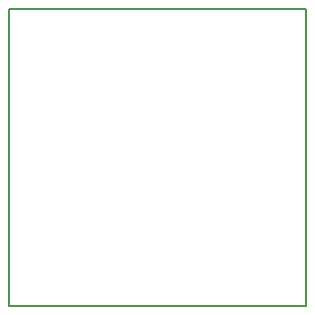
<source format=gm1>
G04 MADE WITH FRITZING*
G04 WWW.FRITZING.ORG*
G04 DOUBLE SIDED*
G04 HOLES PLATED*
G04 CONTOUR ON CENTER OF CONTOUR VECTOR*
%ASAXBY*%
%FSLAX23Y23*%
%MOIN*%
%OFA0B0*%
%SFA1.0B1.0*%
%ADD10R,1.000000X1.000000*%
%ADD11C,0.008000*%
%ADD10C,0.008*%
%LNCONTOUR*%
G90*
G70*
G54D10*
G54D11*
X4Y996D02*
X996Y996D01*
X996Y4D01*
X4Y4D01*
X4Y996D01*
D02*
G04 End of contour*
M02*
</source>
